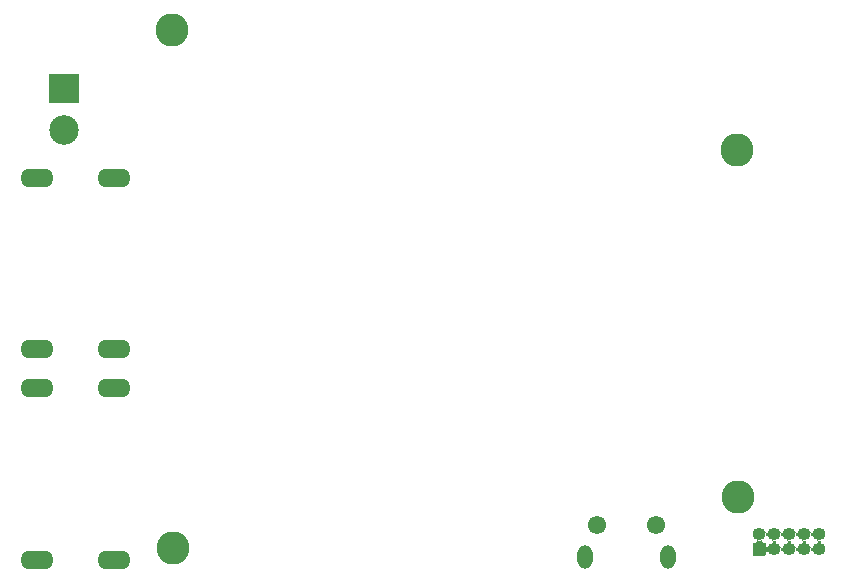
<source format=gbr>
G04 #@! TF.GenerationSoftware,KiCad,Pcbnew,(5.1.10)-1*
G04 #@! TF.CreationDate,2021-12-23T10:23:22+03:00*
G04 #@! TF.ProjectId,hdmi_to_mipi-dsi_converter,68646d69-5f74-46f5-9f6d-6970692d6473,rev?*
G04 #@! TF.SameCoordinates,Original*
G04 #@! TF.FileFunction,Soldermask,Bot*
G04 #@! TF.FilePolarity,Negative*
%FSLAX46Y46*%
G04 Gerber Fmt 4.6, Leading zero omitted, Abs format (unit mm)*
G04 Created by KiCad (PCBNEW (5.1.10)-1) date 2021-12-23 10:23:22*
%MOMM*%
%LPD*%
G01*
G04 APERTURE LIST*
%ADD10O,2.802000X1.602000*%
%ADD11O,1.102000X1.102000*%
%ADD12C,2.502000*%
%ADD13C,1.552000*%
%ADD14O,1.302000X2.002000*%
%ADD15C,2.802000*%
%ADD16C,0.100000*%
G04 APERTURE END LIST*
D10*
X102600000Y-65300000D03*
X109140000Y-65300000D03*
X109140000Y-79800000D03*
X102600000Y-79800000D03*
X102600000Y-83150000D03*
X109140000Y-83150000D03*
X109140000Y-97650000D03*
X102600000Y-97650000D03*
G36*
G01*
X164280000Y-97311000D02*
X163280000Y-97311000D01*
G75*
G02*
X163229000Y-97260000I0J51000D01*
G01*
X163229000Y-96260000D01*
G75*
G02*
X163280000Y-96209000I51000J0D01*
G01*
X164280000Y-96209000D01*
G75*
G02*
X164331000Y-96260000I0J-51000D01*
G01*
X164331000Y-97260000D01*
G75*
G02*
X164280000Y-97311000I-51000J0D01*
G01*
G37*
D11*
X163780000Y-95490000D03*
X165050000Y-96760000D03*
X165050000Y-95490000D03*
X166320000Y-96760000D03*
X166320000Y-95490000D03*
X167590000Y-96760000D03*
X167590000Y-95490000D03*
X168860000Y-96760000D03*
X168860000Y-95490000D03*
G36*
G01*
X103700000Y-56499000D02*
X106100000Y-56499000D01*
G75*
G02*
X106151000Y-56550000I0J-51000D01*
G01*
X106151000Y-58950000D01*
G75*
G02*
X106100000Y-59001000I-51000J0D01*
G01*
X103700000Y-59001000D01*
G75*
G02*
X103649000Y-58950000I0J51000D01*
G01*
X103649000Y-56550000D01*
G75*
G02*
X103700000Y-56499000I51000J0D01*
G01*
G37*
D12*
X104900000Y-61250000D03*
D13*
X150030000Y-94720000D03*
X155030000Y-94720000D03*
D14*
X149030000Y-97420000D03*
X156030000Y-97420000D03*
D15*
X114060000Y-52790000D03*
X114140000Y-96660000D03*
X161930000Y-63000000D03*
X161940000Y-92340000D03*
D16*
G36*
X164332990Y-96437882D02*
G01*
X164335372Y-96462069D01*
X164342372Y-96485144D01*
X164353737Y-96506408D01*
X164369032Y-96525045D01*
X164387669Y-96540340D01*
X164408933Y-96551705D01*
X164432008Y-96558705D01*
X164455999Y-96561068D01*
X164479990Y-96558705D01*
X164503065Y-96551705D01*
X164524329Y-96540340D01*
X164542966Y-96525045D01*
X164558324Y-96506330D01*
X164561216Y-96502002D01*
X164563010Y-96501117D01*
X164564673Y-96502228D01*
X164564727Y-96503878D01*
X164524650Y-96600635D01*
X164503653Y-96706192D01*
X164503653Y-96813808D01*
X164524650Y-96919365D01*
X164564727Y-97016122D01*
X164564466Y-97018105D01*
X164562618Y-97018870D01*
X164561216Y-97017998D01*
X164558324Y-97013670D01*
X164542965Y-96994955D01*
X164524328Y-96979660D01*
X164503065Y-96968295D01*
X164479990Y-96961295D01*
X164455998Y-96958932D01*
X164432007Y-96961295D01*
X164408932Y-96968295D01*
X164387669Y-96979660D01*
X164369032Y-96994956D01*
X164353737Y-97013593D01*
X164342372Y-97034856D01*
X164335372Y-97057931D01*
X164332990Y-97082118D01*
X164331825Y-97083744D01*
X164329835Y-97083548D01*
X164329000Y-97081922D01*
X164329000Y-96438078D01*
X164330000Y-96436346D01*
X164332000Y-96436346D01*
X164332990Y-96437882D01*
G37*
G36*
X165799287Y-96587256D02*
G01*
X165799437Y-96589077D01*
X165794650Y-96600635D01*
X165773653Y-96706192D01*
X165773653Y-96813808D01*
X165794650Y-96919365D01*
X165799437Y-96930923D01*
X165799176Y-96932906D01*
X165797328Y-96933671D01*
X165795825Y-96932631D01*
X165787262Y-96916609D01*
X165771967Y-96897972D01*
X165753330Y-96882677D01*
X165732066Y-96871312D01*
X165708991Y-96864312D01*
X165685000Y-96861949D01*
X165661009Y-96864312D01*
X165637934Y-96871312D01*
X165616670Y-96882677D01*
X165598033Y-96897972D01*
X165582738Y-96916609D01*
X165574175Y-96932631D01*
X165572476Y-96933687D01*
X165570713Y-96932744D01*
X165570563Y-96930923D01*
X165575350Y-96919365D01*
X165596347Y-96813808D01*
X165596347Y-96706192D01*
X165575350Y-96600635D01*
X165570563Y-96589077D01*
X165570824Y-96587094D01*
X165572672Y-96586329D01*
X165574175Y-96587369D01*
X165582738Y-96603391D01*
X165598033Y-96622028D01*
X165616670Y-96637323D01*
X165637934Y-96648688D01*
X165661009Y-96655688D01*
X165685000Y-96658051D01*
X165708991Y-96655688D01*
X165732066Y-96648688D01*
X165753330Y-96637323D01*
X165771967Y-96622028D01*
X165787262Y-96603391D01*
X165795825Y-96587369D01*
X165797524Y-96586313D01*
X165799287Y-96587256D01*
G37*
G36*
X168339287Y-96587256D02*
G01*
X168339437Y-96589077D01*
X168334650Y-96600635D01*
X168313653Y-96706192D01*
X168313653Y-96813808D01*
X168334650Y-96919365D01*
X168339437Y-96930923D01*
X168339176Y-96932906D01*
X168337328Y-96933671D01*
X168335825Y-96932631D01*
X168327262Y-96916609D01*
X168311967Y-96897972D01*
X168293330Y-96882677D01*
X168272066Y-96871312D01*
X168248991Y-96864312D01*
X168225000Y-96861949D01*
X168201009Y-96864312D01*
X168177934Y-96871312D01*
X168156670Y-96882677D01*
X168138033Y-96897972D01*
X168122738Y-96916609D01*
X168114175Y-96932631D01*
X168112476Y-96933687D01*
X168110713Y-96932744D01*
X168110563Y-96930923D01*
X168115350Y-96919365D01*
X168136347Y-96813808D01*
X168136347Y-96706192D01*
X168115350Y-96600635D01*
X168110563Y-96589077D01*
X168110824Y-96587094D01*
X168112672Y-96586329D01*
X168114175Y-96587369D01*
X168122738Y-96603391D01*
X168138033Y-96622028D01*
X168156670Y-96637323D01*
X168177934Y-96648688D01*
X168201009Y-96655688D01*
X168225000Y-96658051D01*
X168248991Y-96655688D01*
X168272066Y-96648688D01*
X168293330Y-96637323D01*
X168311967Y-96622028D01*
X168327262Y-96603391D01*
X168335825Y-96587369D01*
X168337524Y-96586313D01*
X168339287Y-96587256D01*
G37*
G36*
X167069287Y-96587256D02*
G01*
X167069437Y-96589077D01*
X167064650Y-96600635D01*
X167043653Y-96706192D01*
X167043653Y-96813808D01*
X167064650Y-96919365D01*
X167069437Y-96930923D01*
X167069176Y-96932906D01*
X167067328Y-96933671D01*
X167065825Y-96932631D01*
X167057262Y-96916609D01*
X167041967Y-96897972D01*
X167023330Y-96882677D01*
X167002066Y-96871312D01*
X166978991Y-96864312D01*
X166955000Y-96861949D01*
X166931009Y-96864312D01*
X166907934Y-96871312D01*
X166886670Y-96882677D01*
X166868033Y-96897972D01*
X166852738Y-96916609D01*
X166844175Y-96932631D01*
X166842476Y-96933687D01*
X166840713Y-96932744D01*
X166840563Y-96930923D01*
X166845350Y-96919365D01*
X166866347Y-96813808D01*
X166866347Y-96706192D01*
X166845350Y-96600635D01*
X166840563Y-96589077D01*
X166840824Y-96587094D01*
X166842672Y-96586329D01*
X166844175Y-96587369D01*
X166852738Y-96603391D01*
X166868033Y-96622028D01*
X166886670Y-96637323D01*
X166907934Y-96648688D01*
X166931009Y-96655688D01*
X166955000Y-96658051D01*
X166978991Y-96655688D01*
X167002066Y-96648688D01*
X167023330Y-96637323D01*
X167041967Y-96622028D01*
X167057262Y-96603391D01*
X167065825Y-96587369D01*
X167067524Y-96586313D01*
X167069287Y-96587256D01*
G37*
G36*
X169032906Y-96010824D02*
G01*
X169033671Y-96012672D01*
X169032631Y-96014175D01*
X169016609Y-96022738D01*
X168997972Y-96038033D01*
X168982677Y-96056670D01*
X168971312Y-96077934D01*
X168964312Y-96101009D01*
X168961949Y-96125000D01*
X168964312Y-96148991D01*
X168971312Y-96172066D01*
X168982677Y-96193330D01*
X168997972Y-96211967D01*
X169016609Y-96227262D01*
X169032631Y-96235825D01*
X169033687Y-96237524D01*
X169032744Y-96239287D01*
X169030923Y-96239437D01*
X169019365Y-96234650D01*
X168913808Y-96213653D01*
X168806192Y-96213653D01*
X168700635Y-96234650D01*
X168689077Y-96239437D01*
X168687094Y-96239176D01*
X168686329Y-96237328D01*
X168687369Y-96235825D01*
X168703391Y-96227262D01*
X168722028Y-96211967D01*
X168737323Y-96193330D01*
X168748688Y-96172066D01*
X168755688Y-96148991D01*
X168758051Y-96125000D01*
X168755688Y-96101009D01*
X168748688Y-96077934D01*
X168737323Y-96056670D01*
X168722028Y-96038033D01*
X168703391Y-96022738D01*
X168687369Y-96014175D01*
X168686313Y-96012476D01*
X168687256Y-96010713D01*
X168689077Y-96010563D01*
X168700635Y-96015350D01*
X168806192Y-96036347D01*
X168913808Y-96036347D01*
X169019365Y-96015350D01*
X169030923Y-96010563D01*
X169032906Y-96010824D01*
G37*
G36*
X166492906Y-96010824D02*
G01*
X166493671Y-96012672D01*
X166492631Y-96014175D01*
X166476609Y-96022738D01*
X166457972Y-96038033D01*
X166442677Y-96056670D01*
X166431312Y-96077934D01*
X166424312Y-96101009D01*
X166421949Y-96125000D01*
X166424312Y-96148991D01*
X166431312Y-96172066D01*
X166442677Y-96193330D01*
X166457972Y-96211967D01*
X166476609Y-96227262D01*
X166492631Y-96235825D01*
X166493687Y-96237524D01*
X166492744Y-96239287D01*
X166490923Y-96239437D01*
X166479365Y-96234650D01*
X166373808Y-96213653D01*
X166266192Y-96213653D01*
X166160635Y-96234650D01*
X166149077Y-96239437D01*
X166147094Y-96239176D01*
X166146329Y-96237328D01*
X166147369Y-96235825D01*
X166163391Y-96227262D01*
X166182028Y-96211967D01*
X166197323Y-96193330D01*
X166208688Y-96172066D01*
X166215688Y-96148991D01*
X166218051Y-96125000D01*
X166215688Y-96101009D01*
X166208688Y-96077934D01*
X166197323Y-96056670D01*
X166182028Y-96038033D01*
X166163391Y-96022738D01*
X166147369Y-96014175D01*
X166146313Y-96012476D01*
X166147256Y-96010713D01*
X166149077Y-96010563D01*
X166160635Y-96015350D01*
X166266192Y-96036347D01*
X166373808Y-96036347D01*
X166479365Y-96015350D01*
X166490923Y-96010563D01*
X166492906Y-96010824D01*
G37*
G36*
X165222906Y-96010824D02*
G01*
X165223671Y-96012672D01*
X165222631Y-96014175D01*
X165206609Y-96022738D01*
X165187972Y-96038033D01*
X165172677Y-96056670D01*
X165161312Y-96077934D01*
X165154312Y-96101009D01*
X165151949Y-96125000D01*
X165154312Y-96148991D01*
X165161312Y-96172066D01*
X165172677Y-96193330D01*
X165187972Y-96211967D01*
X165206609Y-96227262D01*
X165222631Y-96235825D01*
X165223687Y-96237524D01*
X165222744Y-96239287D01*
X165220923Y-96239437D01*
X165209365Y-96234650D01*
X165103808Y-96213653D01*
X164996192Y-96213653D01*
X164890635Y-96234650D01*
X164879077Y-96239437D01*
X164877094Y-96239176D01*
X164876329Y-96237328D01*
X164877369Y-96235825D01*
X164893391Y-96227262D01*
X164912028Y-96211967D01*
X164927323Y-96193330D01*
X164938688Y-96172066D01*
X164945688Y-96148991D01*
X164948051Y-96125000D01*
X164945688Y-96101009D01*
X164938688Y-96077934D01*
X164927323Y-96056670D01*
X164912028Y-96038033D01*
X164893391Y-96022738D01*
X164877369Y-96014175D01*
X164876313Y-96012476D01*
X164877256Y-96010713D01*
X164879077Y-96010563D01*
X164890635Y-96015350D01*
X164996192Y-96036347D01*
X165103808Y-96036347D01*
X165209365Y-96015350D01*
X165220923Y-96010563D01*
X165222906Y-96010824D01*
G37*
G36*
X167762906Y-96010824D02*
G01*
X167763671Y-96012672D01*
X167762631Y-96014175D01*
X167746609Y-96022738D01*
X167727972Y-96038033D01*
X167712677Y-96056670D01*
X167701312Y-96077934D01*
X167694312Y-96101009D01*
X167691949Y-96125000D01*
X167694312Y-96148991D01*
X167701312Y-96172066D01*
X167712677Y-96193330D01*
X167727972Y-96211967D01*
X167746609Y-96227262D01*
X167762631Y-96235825D01*
X167763687Y-96237524D01*
X167762744Y-96239287D01*
X167760923Y-96239437D01*
X167749365Y-96234650D01*
X167643808Y-96213653D01*
X167536192Y-96213653D01*
X167430635Y-96234650D01*
X167419077Y-96239437D01*
X167417094Y-96239176D01*
X167416329Y-96237328D01*
X167417369Y-96235825D01*
X167433391Y-96227262D01*
X167452028Y-96211967D01*
X167467323Y-96193330D01*
X167478688Y-96172066D01*
X167485688Y-96148991D01*
X167488051Y-96125000D01*
X167485688Y-96101009D01*
X167478688Y-96077934D01*
X167467323Y-96056670D01*
X167452028Y-96038033D01*
X167433391Y-96022738D01*
X167417369Y-96014175D01*
X167416313Y-96012476D01*
X167417256Y-96010713D01*
X167419077Y-96010563D01*
X167430635Y-96015350D01*
X167536192Y-96036347D01*
X167643808Y-96036347D01*
X167749365Y-96015350D01*
X167760923Y-96010563D01*
X167762906Y-96010824D01*
G37*
G36*
X164038105Y-95975534D02*
G01*
X164038870Y-95977382D01*
X164037998Y-95978784D01*
X164033670Y-95981676D01*
X164014955Y-95997035D01*
X163999660Y-96015672D01*
X163988295Y-96036935D01*
X163981295Y-96060010D01*
X163978932Y-96084001D01*
X163981295Y-96107993D01*
X163988295Y-96131068D01*
X163999660Y-96152331D01*
X164014956Y-96170968D01*
X164033593Y-96186263D01*
X164054856Y-96197628D01*
X164077931Y-96204628D01*
X164102118Y-96207010D01*
X164103744Y-96208175D01*
X164103548Y-96210165D01*
X164101922Y-96211000D01*
X163458078Y-96211000D01*
X163456346Y-96210000D01*
X163456346Y-96208000D01*
X163457882Y-96207010D01*
X163482069Y-96204628D01*
X163505144Y-96197628D01*
X163526408Y-96186263D01*
X163545045Y-96170968D01*
X163560340Y-96152331D01*
X163571705Y-96131067D01*
X163578705Y-96107992D01*
X163581068Y-96084001D01*
X163578705Y-96060010D01*
X163571705Y-96036935D01*
X163560340Y-96015671D01*
X163545045Y-95997034D01*
X163526330Y-95981676D01*
X163522002Y-95978784D01*
X163521117Y-95976990D01*
X163522228Y-95975327D01*
X163523878Y-95975273D01*
X163620635Y-96015350D01*
X163726192Y-96036347D01*
X163833808Y-96036347D01*
X163939365Y-96015350D01*
X164036122Y-95975273D01*
X164038105Y-95975534D01*
G37*
G36*
X164529287Y-95317256D02*
G01*
X164529437Y-95319077D01*
X164524650Y-95330635D01*
X164503653Y-95436192D01*
X164503653Y-95543808D01*
X164524650Y-95649365D01*
X164529437Y-95660923D01*
X164529176Y-95662906D01*
X164527328Y-95663671D01*
X164525825Y-95662631D01*
X164517262Y-95646609D01*
X164501967Y-95627972D01*
X164483330Y-95612677D01*
X164462066Y-95601312D01*
X164438991Y-95594312D01*
X164415000Y-95591949D01*
X164391009Y-95594312D01*
X164367934Y-95601312D01*
X164346670Y-95612677D01*
X164328033Y-95627972D01*
X164312738Y-95646609D01*
X164304175Y-95662631D01*
X164302476Y-95663687D01*
X164300713Y-95662744D01*
X164300563Y-95660923D01*
X164305350Y-95649365D01*
X164326347Y-95543808D01*
X164326347Y-95436192D01*
X164305350Y-95330635D01*
X164300563Y-95319077D01*
X164300824Y-95317094D01*
X164302672Y-95316329D01*
X164304175Y-95317369D01*
X164312738Y-95333391D01*
X164328033Y-95352028D01*
X164346670Y-95367323D01*
X164367934Y-95378688D01*
X164391009Y-95385688D01*
X164415000Y-95388051D01*
X164438991Y-95385688D01*
X164462066Y-95378688D01*
X164483330Y-95367323D01*
X164501967Y-95352028D01*
X164517262Y-95333391D01*
X164525825Y-95317369D01*
X164527524Y-95316313D01*
X164529287Y-95317256D01*
G37*
G36*
X165799287Y-95317256D02*
G01*
X165799437Y-95319077D01*
X165794650Y-95330635D01*
X165773653Y-95436192D01*
X165773653Y-95543808D01*
X165794650Y-95649365D01*
X165799437Y-95660923D01*
X165799176Y-95662906D01*
X165797328Y-95663671D01*
X165795825Y-95662631D01*
X165787262Y-95646609D01*
X165771967Y-95627972D01*
X165753330Y-95612677D01*
X165732066Y-95601312D01*
X165708991Y-95594312D01*
X165685000Y-95591949D01*
X165661009Y-95594312D01*
X165637934Y-95601312D01*
X165616670Y-95612677D01*
X165598033Y-95627972D01*
X165582738Y-95646609D01*
X165574175Y-95662631D01*
X165572476Y-95663687D01*
X165570713Y-95662744D01*
X165570563Y-95660923D01*
X165575350Y-95649365D01*
X165596347Y-95543808D01*
X165596347Y-95436192D01*
X165575350Y-95330635D01*
X165570563Y-95319077D01*
X165570824Y-95317094D01*
X165572672Y-95316329D01*
X165574175Y-95317369D01*
X165582738Y-95333391D01*
X165598033Y-95352028D01*
X165616670Y-95367323D01*
X165637934Y-95378688D01*
X165661009Y-95385688D01*
X165685000Y-95388051D01*
X165708991Y-95385688D01*
X165732066Y-95378688D01*
X165753330Y-95367323D01*
X165771967Y-95352028D01*
X165787262Y-95333391D01*
X165795825Y-95317369D01*
X165797524Y-95316313D01*
X165799287Y-95317256D01*
G37*
G36*
X167069287Y-95317256D02*
G01*
X167069437Y-95319077D01*
X167064650Y-95330635D01*
X167043653Y-95436192D01*
X167043653Y-95543808D01*
X167064650Y-95649365D01*
X167069437Y-95660923D01*
X167069176Y-95662906D01*
X167067328Y-95663671D01*
X167065825Y-95662631D01*
X167057262Y-95646609D01*
X167041967Y-95627972D01*
X167023330Y-95612677D01*
X167002066Y-95601312D01*
X166978991Y-95594312D01*
X166955000Y-95591949D01*
X166931009Y-95594312D01*
X166907934Y-95601312D01*
X166886670Y-95612677D01*
X166868033Y-95627972D01*
X166852738Y-95646609D01*
X166844175Y-95662631D01*
X166842476Y-95663687D01*
X166840713Y-95662744D01*
X166840563Y-95660923D01*
X166845350Y-95649365D01*
X166866347Y-95543808D01*
X166866347Y-95436192D01*
X166845350Y-95330635D01*
X166840563Y-95319077D01*
X166840824Y-95317094D01*
X166842672Y-95316329D01*
X166844175Y-95317369D01*
X166852738Y-95333391D01*
X166868033Y-95352028D01*
X166886670Y-95367323D01*
X166907934Y-95378688D01*
X166931009Y-95385688D01*
X166955000Y-95388051D01*
X166978991Y-95385688D01*
X167002066Y-95378688D01*
X167023330Y-95367323D01*
X167041967Y-95352028D01*
X167057262Y-95333391D01*
X167065825Y-95317369D01*
X167067524Y-95316313D01*
X167069287Y-95317256D01*
G37*
G36*
X168339287Y-95317256D02*
G01*
X168339437Y-95319077D01*
X168334650Y-95330635D01*
X168313653Y-95436192D01*
X168313653Y-95543808D01*
X168334650Y-95649365D01*
X168339437Y-95660923D01*
X168339176Y-95662906D01*
X168337328Y-95663671D01*
X168335825Y-95662631D01*
X168327262Y-95646609D01*
X168311967Y-95627972D01*
X168293330Y-95612677D01*
X168272066Y-95601312D01*
X168248991Y-95594312D01*
X168225000Y-95591949D01*
X168201009Y-95594312D01*
X168177934Y-95601312D01*
X168156670Y-95612677D01*
X168138033Y-95627972D01*
X168122738Y-95646609D01*
X168114175Y-95662631D01*
X168112476Y-95663687D01*
X168110713Y-95662744D01*
X168110563Y-95660923D01*
X168115350Y-95649365D01*
X168136347Y-95543808D01*
X168136347Y-95436192D01*
X168115350Y-95330635D01*
X168110563Y-95319077D01*
X168110824Y-95317094D01*
X168112672Y-95316329D01*
X168114175Y-95317369D01*
X168122738Y-95333391D01*
X168138033Y-95352028D01*
X168156670Y-95367323D01*
X168177934Y-95378688D01*
X168201009Y-95385688D01*
X168225000Y-95388051D01*
X168248991Y-95385688D01*
X168272066Y-95378688D01*
X168293330Y-95367323D01*
X168311967Y-95352028D01*
X168327262Y-95333391D01*
X168335825Y-95317369D01*
X168337524Y-95316313D01*
X168339287Y-95317256D01*
G37*
M02*

</source>
